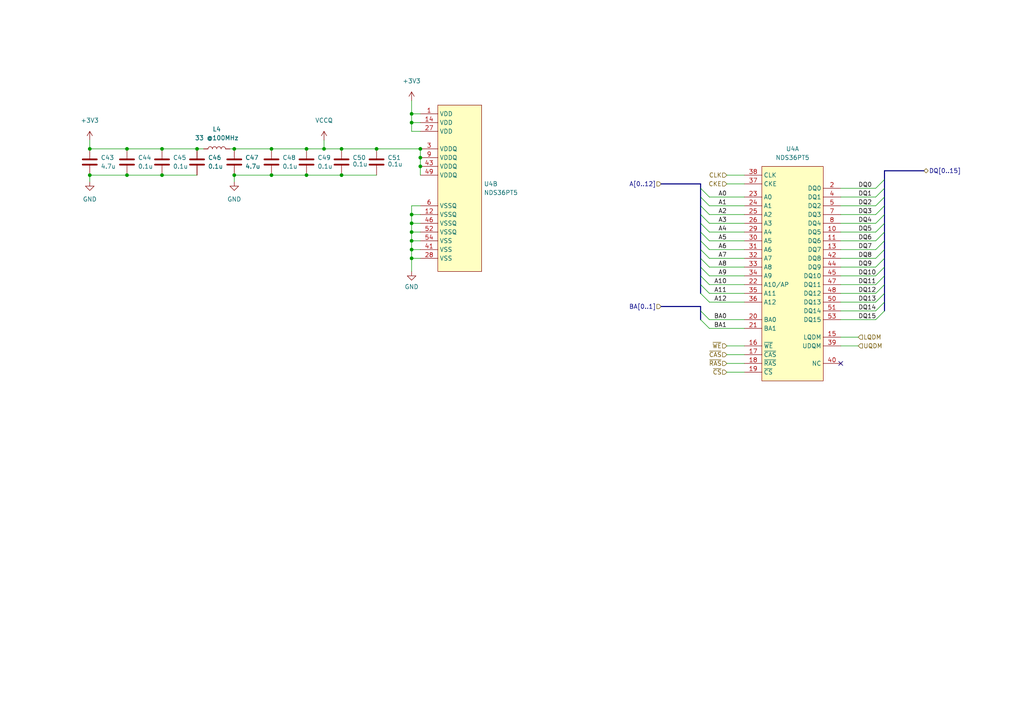
<source format=kicad_sch>
(kicad_sch (version 20211123) (generator eeschema)

  (uuid c4424757-e70f-4ff9-8cbe-bf40fa0585f2)

  (paper "A4")

  (lib_symbols
    (symbol "Device:C" (pin_numbers hide) (pin_names (offset 0.254)) (in_bom yes) (on_board yes)
      (property "Reference" "C" (id 0) (at 0.635 2.54 0)
        (effects (font (size 1.27 1.27)) (justify left))
      )
      (property "Value" "C" (id 1) (at 0.635 -2.54 0)
        (effects (font (size 1.27 1.27)) (justify left))
      )
      (property "Footprint" "" (id 2) (at 0.9652 -3.81 0)
        (effects (font (size 1.27 1.27)) hide)
      )
      (property "Datasheet" "~" (id 3) (at 0 0 0)
        (effects (font (size 1.27 1.27)) hide)
      )
      (property "ki_keywords" "cap capacitor" (id 4) (at 0 0 0)
        (effects (font (size 1.27 1.27)) hide)
      )
      (property "ki_description" "Unpolarized capacitor" (id 5) (at 0 0 0)
        (effects (font (size 1.27 1.27)) hide)
      )
      (property "ki_fp_filters" "C_*" (id 6) (at 0 0 0)
        (effects (font (size 1.27 1.27)) hide)
      )
      (symbol "C_0_1"
        (polyline
          (pts
            (xy -2.032 -0.762)
            (xy 2.032 -0.762)
          )
          (stroke (width 0.508) (type default) (color 0 0 0 0))
          (fill (type none))
        )
        (polyline
          (pts
            (xy -2.032 0.762)
            (xy 2.032 0.762)
          )
          (stroke (width 0.508) (type default) (color 0 0 0 0))
          (fill (type none))
        )
      )
      (symbol "C_1_1"
        (pin passive line (at 0 3.81 270) (length 2.794)
          (name "~" (effects (font (size 1.27 1.27))))
          (number "1" (effects (font (size 1.27 1.27))))
        )
        (pin passive line (at 0 -3.81 90) (length 2.794)
          (name "~" (effects (font (size 1.27 1.27))))
          (number "2" (effects (font (size 1.27 1.27))))
        )
      )
    )
    (symbol "Device:L" (pin_numbers hide) (pin_names (offset 1.016) hide) (in_bom yes) (on_board yes)
      (property "Reference" "L" (id 0) (at -1.27 0 90)
        (effects (font (size 1.27 1.27)))
      )
      (property "Value" "L" (id 1) (at 1.905 0 90)
        (effects (font (size 1.27 1.27)))
      )
      (property "Footprint" "" (id 2) (at 0 0 0)
        (effects (font (size 1.27 1.27)) hide)
      )
      (property "Datasheet" "~" (id 3) (at 0 0 0)
        (effects (font (size 1.27 1.27)) hide)
      )
      (property "ki_keywords" "inductor choke coil reactor magnetic" (id 4) (at 0 0 0)
        (effects (font (size 1.27 1.27)) hide)
      )
      (property "ki_description" "Inductor" (id 5) (at 0 0 0)
        (effects (font (size 1.27 1.27)) hide)
      )
      (property "ki_fp_filters" "Choke_* *Coil* Inductor_* L_*" (id 6) (at 0 0 0)
        (effects (font (size 1.27 1.27)) hide)
      )
      (symbol "L_0_1"
        (arc (start 0 -2.54) (mid 0.635 -1.905) (end 0 -1.27)
          (stroke (width 0) (type default) (color 0 0 0 0))
          (fill (type none))
        )
        (arc (start 0 -1.27) (mid 0.635 -0.635) (end 0 0)
          (stroke (width 0) (type default) (color 0 0 0 0))
          (fill (type none))
        )
        (arc (start 0 0) (mid 0.635 0.635) (end 0 1.27)
          (stroke (width 0) (type default) (color 0 0 0 0))
          (fill (type none))
        )
        (arc (start 0 1.27) (mid 0.635 1.905) (end 0 2.54)
          (stroke (width 0) (type default) (color 0 0 0 0))
          (fill (type none))
        )
      )
      (symbol "L_1_1"
        (pin passive line (at 0 3.81 270) (length 1.27)
          (name "1" (effects (font (size 1.27 1.27))))
          (number "1" (effects (font (size 1.27 1.27))))
        )
        (pin passive line (at 0 -3.81 90) (length 1.27)
          (name "2" (effects (font (size 1.27 1.27))))
          (number "2" (effects (font (size 1.27 1.27))))
        )
      )
    )
    (symbol "Memory_RAM:NDS36PT5" (in_bom yes) (on_board yes)
      (property "Reference" "U" (id 0) (at -6.35 22.86 0)
        (effects (font (size 1.27 1.27)))
      )
      (property "Value" "NDS36PT5" (id 1) (at 11.43 24.13 0)
        (effects (font (size 1.27 1.27)))
      )
      (property "Footprint" "" (id 2) (at -25.4 13.97 0)
        (effects (font (size 1.27 1.27)) hide)
      )
      (property "Datasheet" "" (id 3) (at -25.4 13.97 0)
        (effects (font (size 1.27 1.27)) hide)
      )
      (symbol "NDS36PT5_1_1"
        (rectangle (start -6.35 17.78) (end 11.43 -44.45)
          (stroke (width 0) (type default) (color 0 0 0 0))
          (fill (type background))
        )
        (pin bidirectional line (at 16.51 -1.27 180) (length 5.08)
          (name "DQ5" (effects (font (size 1.27 1.27))))
          (number "10" (effects (font (size 1.27 1.27))))
        )
        (pin bidirectional line (at 16.51 -3.81 180) (length 5.08)
          (name "DQ6" (effects (font (size 1.27 1.27))))
          (number "11" (effects (font (size 1.27 1.27))))
        )
        (pin bidirectional line (at 16.51 -6.35 180) (length 5.08)
          (name "DQ7" (effects (font (size 1.27 1.27))))
          (number "13" (effects (font (size 1.27 1.27))))
        )
        (pin input line (at 16.51 -31.75 180) (length 5.08)
          (name "LQDM" (effects (font (size 1.27 1.27))))
          (number "15" (effects (font (size 1.27 1.27))))
        )
        (pin input line (at -11.43 -34.29 0) (length 5.08)
          (name "~{WE}" (effects (font (size 1.27 1.27))))
          (number "16" (effects (font (size 1.27 1.27))))
        )
        (pin input line (at -11.43 -36.83 0) (length 5.08)
          (name "~{CAS}" (effects (font (size 1.27 1.27))))
          (number "17" (effects (font (size 1.27 1.27))))
        )
        (pin input line (at -11.43 -39.37 0) (length 5.08)
          (name "~{RAS}" (effects (font (size 1.27 1.27))))
          (number "18" (effects (font (size 1.27 1.27))))
        )
        (pin input line (at -11.43 -41.91 0) (length 5.08)
          (name "~{CS}" (effects (font (size 1.27 1.27))))
          (number "19" (effects (font (size 1.27 1.27))))
        )
        (pin bidirectional line (at 16.51 11.43 180) (length 5.08)
          (name "DQ0" (effects (font (size 1.27 1.27))))
          (number "2" (effects (font (size 1.27 1.27))))
        )
        (pin input line (at -11.43 -26.67 0) (length 5.08)
          (name "BA0" (effects (font (size 1.27 1.27))))
          (number "20" (effects (font (size 1.27 1.27))))
        )
        (pin input line (at -11.43 -29.21 0) (length 5.08)
          (name "BA1" (effects (font (size 1.27 1.27))))
          (number "21" (effects (font (size 1.27 1.27))))
        )
        (pin input line (at -11.43 -16.51 0) (length 5.08)
          (name "A10/AP" (effects (font (size 1.27 1.27))))
          (number "22" (effects (font (size 1.27 1.27))))
        )
        (pin input line (at -11.43 8.89 0) (length 5.08)
          (name "A0" (effects (font (size 1.27 1.27))))
          (number "23" (effects (font (size 1.27 1.27))))
        )
        (pin input line (at -11.43 6.35 0) (length 5.08)
          (name "A1" (effects (font (size 1.27 1.27))))
          (number "24" (effects (font (size 1.27 1.27))))
        )
        (pin input line (at -11.43 3.81 0) (length 5.08)
          (name "A2" (effects (font (size 1.27 1.27))))
          (number "25" (effects (font (size 1.27 1.27))))
        )
        (pin input line (at -11.43 1.27 0) (length 5.08)
          (name "A3" (effects (font (size 1.27 1.27))))
          (number "26" (effects (font (size 1.27 1.27))))
        )
        (pin input line (at -11.43 -1.27 0) (length 5.08)
          (name "A4" (effects (font (size 1.27 1.27))))
          (number "29" (effects (font (size 1.27 1.27))))
        )
        (pin input line (at -11.43 -3.81 0) (length 5.08)
          (name "A5" (effects (font (size 1.27 1.27))))
          (number "30" (effects (font (size 1.27 1.27))))
        )
        (pin input line (at -11.43 -6.35 0) (length 5.08)
          (name "A6" (effects (font (size 1.27 1.27))))
          (number "31" (effects (font (size 1.27 1.27))))
        )
        (pin input line (at -11.43 -8.89 0) (length 5.08)
          (name "A7" (effects (font (size 1.27 1.27))))
          (number "32" (effects (font (size 1.27 1.27))))
        )
        (pin input line (at -11.43 -11.43 0) (length 5.08)
          (name "A8" (effects (font (size 1.27 1.27))))
          (number "33" (effects (font (size 1.27 1.27))))
        )
        (pin input line (at -11.43 -13.97 0) (length 5.08)
          (name "A9" (effects (font (size 1.27 1.27))))
          (number "34" (effects (font (size 1.27 1.27))))
        )
        (pin input line (at -11.43 -19.05 0) (length 5.08)
          (name "A11" (effects (font (size 1.27 1.27))))
          (number "35" (effects (font (size 1.27 1.27))))
        )
        (pin input line (at -11.43 -21.59 0) (length 5.08)
          (name "A12" (effects (font (size 1.27 1.27))))
          (number "36" (effects (font (size 1.27 1.27))))
        )
        (pin input line (at -11.43 12.7 0) (length 5.08)
          (name "CKE" (effects (font (size 1.27 1.27))))
          (number "37" (effects (font (size 1.27 1.27))))
        )
        (pin input line (at -11.43 15.24 0) (length 5.08)
          (name "CLK" (effects (font (size 1.27 1.27))))
          (number "38" (effects (font (size 1.27 1.27))))
        )
        (pin input line (at 16.51 -34.29 180) (length 5.08)
          (name "UDQM" (effects (font (size 1.27 1.27))))
          (number "39" (effects (font (size 1.27 1.27))))
        )
        (pin bidirectional line (at 16.51 8.89 180) (length 5.08)
          (name "DQ1" (effects (font (size 1.27 1.27))))
          (number "4" (effects (font (size 1.27 1.27))))
        )
        (pin no_connect line (at 16.51 -39.37 180) (length 5.08)
          (name "NC" (effects (font (size 1.27 1.27))))
          (number "40" (effects (font (size 1.27 1.27))))
        )
        (pin bidirectional line (at 16.51 -8.89 180) (length 5.08)
          (name "DQ8" (effects (font (size 1.27 1.27))))
          (number "42" (effects (font (size 1.27 1.27))))
        )
        (pin bidirectional line (at 16.51 -11.43 180) (length 5.08)
          (name "DQ9" (effects (font (size 1.27 1.27))))
          (number "44" (effects (font (size 1.27 1.27))))
        )
        (pin bidirectional line (at 16.51 -13.97 180) (length 5.08)
          (name "DQ10" (effects (font (size 1.27 1.27))))
          (number "45" (effects (font (size 1.27 1.27))))
        )
        (pin bidirectional line (at 16.51 -16.51 180) (length 5.08)
          (name "DQ11" (effects (font (size 1.27 1.27))))
          (number "47" (effects (font (size 1.27 1.27))))
        )
        (pin bidirectional line (at 16.51 -19.05 180) (length 5.08)
          (name "DQ12" (effects (font (size 1.27 1.27))))
          (number "48" (effects (font (size 1.27 1.27))))
        )
        (pin bidirectional line (at 16.51 6.35 180) (length 5.08)
          (name "DQ2" (effects (font (size 1.27 1.27))))
          (number "5" (effects (font (size 1.27 1.27))))
        )
        (pin bidirectional line (at 16.51 -21.59 180) (length 5.08)
          (name "DQ13" (effects (font (size 1.27 1.27))))
          (number "50" (effects (font (size 1.27 1.27))))
        )
        (pin bidirectional line (at 16.51 -24.13 180) (length 5.08)
          (name "DQ14" (effects (font (size 1.27 1.27))))
          (number "51" (effects (font (size 1.27 1.27))))
        )
        (pin bidirectional line (at 16.51 -26.67 180) (length 5.08)
          (name "DQ15" (effects (font (size 1.27 1.27))))
          (number "53" (effects (font (size 1.27 1.27))))
        )
        (pin bidirectional line (at 16.51 3.81 180) (length 5.08)
          (name "DQ3" (effects (font (size 1.27 1.27))))
          (number "7" (effects (font (size 1.27 1.27))))
        )
        (pin bidirectional line (at 16.51 1.27 180) (length 5.08)
          (name "DQ4" (effects (font (size 1.27 1.27))))
          (number "8" (effects (font (size 1.27 1.27))))
        )
      )
      (symbol "NDS36PT5_2_1"
        (rectangle (start -6.35 11.43) (end 6.35 -36.83)
          (stroke (width 0) (type default) (color 0 0 0 0))
          (fill (type background))
        )
        (pin power_in line (at -11.43 8.89 0) (length 5.08)
          (name "VDD" (effects (font (size 1.27 1.27))))
          (number "1" (effects (font (size 1.27 1.27))))
        )
        (pin passive line (at -11.43 -20.32 0) (length 5.08)
          (name "VSSQ" (effects (font (size 1.27 1.27))))
          (number "12" (effects (font (size 1.27 1.27))))
        )
        (pin power_in line (at -11.43 6.35 0) (length 5.08)
          (name "VDD" (effects (font (size 1.27 1.27))))
          (number "14" (effects (font (size 1.27 1.27))))
        )
        (pin power_in line (at -11.43 3.81 0) (length 5.08)
          (name "VDD" (effects (font (size 1.27 1.27))))
          (number "27" (effects (font (size 1.27 1.27))))
        )
        (pin passive line (at -11.43 -33.02 0) (length 5.08)
          (name "VSS" (effects (font (size 1.27 1.27))))
          (number "28" (effects (font (size 1.27 1.27))))
        )
        (pin power_in line (at -11.43 -1.27 0) (length 5.08)
          (name "VDDQ" (effects (font (size 1.27 1.27))))
          (number "3" (effects (font (size 1.27 1.27))))
        )
        (pin passive line (at -11.43 -30.48 0) (length 5.08)
          (name "VSS" (effects (font (size 1.27 1.27))))
          (number "41" (effects (font (size 1.27 1.27))))
        )
        (pin power_in line (at -11.43 -6.35 0) (length 5.08)
          (name "VDDQ" (effects (font (size 1.27 1.27))))
          (number "43" (effects (font (size 1.27 1.27))))
        )
        (pin passive line (at -11.43 -22.86 0) (length 5.08)
          (name "VSSQ" (effects (font (size 1.27 1.27))))
          (number "46" (effects (font (size 1.27 1.27))))
        )
        (pin power_in line (at -11.43 -8.89 0) (length 5.08)
          (name "VDDQ" (effects (font (size 1.27 1.27))))
          (number "49" (effects (font (size 1.27 1.27))))
        )
        (pin passive line (at -11.43 -25.4 0) (length 5.08)
          (name "VSSQ" (effects (font (size 1.27 1.27))))
          (number "52" (effects (font (size 1.27 1.27))))
        )
        (pin passive line (at -11.43 -27.94 0) (length 5.08)
          (name "VSS" (effects (font (size 1.27 1.27))))
          (number "54" (effects (font (size 1.27 1.27))))
        )
        (pin passive line (at -11.43 -17.78 0) (length 5.08)
          (name "VSSQ" (effects (font (size 1.27 1.27))))
          (number "6" (effects (font (size 1.27 1.27))))
        )
        (pin power_in line (at -11.43 -3.81 0) (length 5.08)
          (name "VDDQ" (effects (font (size 1.27 1.27))))
          (number "9" (effects (font (size 1.27 1.27))))
        )
      )
    )
    (symbol "power:+3V3" (power) (pin_names (offset 0)) (in_bom yes) (on_board yes)
      (property "Reference" "#PWR" (id 0) (at 0 -3.81 0)
        (effects (font (size 1.27 1.27)) hide)
      )
      (property "Value" "+3V3" (id 1) (at 0 3.556 0)
        (effects (font (size 1.27 1.27)))
      )
      (property "Footprint" "" (id 2) (at 0 0 0)
        (effects (font (size 1.27 1.27)) hide)
      )
      (property "Datasheet" "" (id 3) (at 0 0 0)
        (effects (font (size 1.27 1.27)) hide)
      )
      (property "ki_keywords" "power-flag" (id 4) (at 0 0 0)
        (effects (font (size 1.27 1.27)) hide)
      )
      (property "ki_description" "Power symbol creates a global label with name \"+3V3\"" (id 5) (at 0 0 0)
        (effects (font (size 1.27 1.27)) hide)
      )
      (symbol "+3V3_0_1"
        (polyline
          (pts
            (xy -0.762 1.27)
            (xy 0 2.54)
          )
          (stroke (width 0) (type default) (color 0 0 0 0))
          (fill (type none))
        )
        (polyline
          (pts
            (xy 0 0)
            (xy 0 2.54)
          )
          (stroke (width 0) (type default) (color 0 0 0 0))
          (fill (type none))
        )
        (polyline
          (pts
            (xy 0 2.54)
            (xy 0.762 1.27)
          )
          (stroke (width 0) (type default) (color 0 0 0 0))
          (fill (type none))
        )
      )
      (symbol "+3V3_1_1"
        (pin power_in line (at 0 0 90) (length 0) hide
          (name "+3V3" (effects (font (size 1.27 1.27))))
          (number "1" (effects (font (size 1.27 1.27))))
        )
      )
    )
    (symbol "power:GND" (power) (pin_names (offset 0)) (in_bom yes) (on_board yes)
      (property "Reference" "#PWR" (id 0) (at 0 -6.35 0)
        (effects (font (size 1.27 1.27)) hide)
      )
      (property "Value" "GND" (id 1) (at 0 -3.81 0)
        (effects (font (size 1.27 1.27)))
      )
      (property "Footprint" "" (id 2) (at 0 0 0)
        (effects (font (size 1.27 1.27)) hide)
      )
      (property "Datasheet" "" (id 3) (at 0 0 0)
        (effects (font (size 1.27 1.27)) hide)
      )
      (property "ki_keywords" "power-flag" (id 4) (at 0 0 0)
        (effects (font (size 1.27 1.27)) hide)
      )
      (property "ki_description" "Power symbol creates a global label with name \"GND\" , ground" (id 5) (at 0 0 0)
        (effects (font (size 1.27 1.27)) hide)
      )
      (symbol "GND_0_1"
        (polyline
          (pts
            (xy 0 0)
            (xy 0 -1.27)
            (xy 1.27 -1.27)
            (xy 0 -2.54)
            (xy -1.27 -1.27)
            (xy 0 -1.27)
          )
          (stroke (width 0) (type default) (color 0 0 0 0))
          (fill (type none))
        )
      )
      (symbol "GND_1_1"
        (pin power_in line (at 0 0 270) (length 0) hide
          (name "GND" (effects (font (size 1.27 1.27))))
          (number "1" (effects (font (size 1.27 1.27))))
        )
      )
    )
    (symbol "power:VCCQ" (power) (pin_names (offset 0)) (in_bom yes) (on_board yes)
      (property "Reference" "#PWR" (id 0) (at 0 -3.81 0)
        (effects (font (size 1.27 1.27)) hide)
      )
      (property "Value" "VCCQ" (id 1) (at 0 3.81 0)
        (effects (font (size 1.27 1.27)))
      )
      (property "Footprint" "" (id 2) (at 0 0 0)
        (effects (font (size 1.27 1.27)) hide)
      )
      (property "Datasheet" "" (id 3) (at 0 0 0)
        (effects (font (size 1.27 1.27)) hide)
      )
      (property "ki_keywords" "power-flag" (id 4) (at 0 0 0)
        (effects (font (size 1.27 1.27)) hide)
      )
      (property "ki_description" "Power symbol creates a global label with name \"VCCQ\"" (id 5) (at 0 0 0)
        (effects (font (size 1.27 1.27)) hide)
      )
      (symbol "VCCQ_0_1"
        (polyline
          (pts
            (xy -0.762 1.27)
            (xy 0 2.54)
          )
          (stroke (width 0) (type default) (color 0 0 0 0))
          (fill (type none))
        )
        (polyline
          (pts
            (xy 0 0)
            (xy 0 2.54)
          )
          (stroke (width 0) (type default) (color 0 0 0 0))
          (fill (type none))
        )
        (polyline
          (pts
            (xy 0 2.54)
            (xy 0.762 1.27)
          )
          (stroke (width 0) (type default) (color 0 0 0 0))
          (fill (type none))
        )
      )
      (symbol "VCCQ_1_1"
        (pin power_in line (at 0 0 90) (length 0) hide
          (name "VCCQ" (effects (font (size 1.27 1.27))))
          (number "1" (effects (font (size 1.27 1.27))))
        )
      )
    )
  )

  (junction (at 36.83 50.8) (diameter 0) (color 0 0 0 0)
    (uuid 0ba2efbf-3a5d-4ac9-ab99-8543c60e43d0)
  )
  (junction (at 99.06 43.18) (diameter 0) (color 0 0 0 0)
    (uuid 0e45c976-4cb6-4008-b979-45c9acfc0175)
  )
  (junction (at 119.38 69.85) (diameter 0) (color 0 0 0 0)
    (uuid 13bd8c95-6336-4975-a4bb-67f6bf6eb9f7)
  )
  (junction (at 88.9 50.8) (diameter 0) (color 0 0 0 0)
    (uuid 1b00373f-d740-445b-88b7-0f2095968662)
  )
  (junction (at 119.38 74.93) (diameter 0) (color 0 0 0 0)
    (uuid 24e8860d-091d-4273-b52e-48324fcca81b)
  )
  (junction (at 57.15 43.18) (diameter 0) (color 0 0 0 0)
    (uuid 29d3665d-b45f-4997-8fcb-065cf21717e9)
  )
  (junction (at 78.74 43.18) (diameter 0) (color 0 0 0 0)
    (uuid 3f88d528-89d1-4bfb-821f-8ac7129f5045)
  )
  (junction (at 93.98 43.18) (diameter 0) (color 0 0 0 0)
    (uuid 4730d93d-5d4e-4191-b2f1-c8a789649e0d)
  )
  (junction (at 109.22 43.18) (diameter 0) (color 0 0 0 0)
    (uuid 57caf171-400f-497e-8dcd-515991fae1e9)
  )
  (junction (at 119.38 64.77) (diameter 0) (color 0 0 0 0)
    (uuid 63c6d71c-1d1f-4f62-bac3-055ef2648196)
  )
  (junction (at 67.945 43.18) (diameter 0) (color 0 0 0 0)
    (uuid 6b3392eb-c113-4320-93c8-f3742af39d6b)
  )
  (junction (at 99.06 50.8) (diameter 0) (color 0 0 0 0)
    (uuid 7bb4855e-9954-474b-af34-b781676d8348)
  )
  (junction (at 67.945 50.8) (diameter 0) (color 0 0 0 0)
    (uuid 802bc5af-a8e6-4165-96c9-ba0885d8fc52)
  )
  (junction (at 46.99 43.18) (diameter 0) (color 0 0 0 0)
    (uuid 8ebbd965-c06b-4f48-bda6-0734bd5403d8)
  )
  (junction (at 88.9 43.18) (diameter 0) (color 0 0 0 0)
    (uuid 8f33db61-7c38-4653-80b7-233240ff26c3)
  )
  (junction (at 121.92 48.26) (diameter 0) (color 0 0 0 0)
    (uuid a84cb4e8-1df8-420c-a551-f7970dde3201)
  )
  (junction (at 119.38 67.31) (diameter 0) (color 0 0 0 0)
    (uuid af2353df-3c71-46ef-aad4-cc9f3cd4f3f4)
  )
  (junction (at 78.74 50.8) (diameter 0) (color 0 0 0 0)
    (uuid b3e60366-ab66-4114-9bc0-059f7b17ebbc)
  )
  (junction (at 119.38 33.02) (diameter 0) (color 0 0 0 0)
    (uuid bc46adf6-4cf2-40d7-9ac3-deeb51d35121)
  )
  (junction (at 121.92 45.72) (diameter 0) (color 0 0 0 0)
    (uuid c639c05b-74fe-473d-bf61-efd2bb9bd2b0)
  )
  (junction (at 119.38 35.56) (diameter 0) (color 0 0 0 0)
    (uuid c84e4e5d-cc0a-4fc6-bbe9-a020f3ff824e)
  )
  (junction (at 26.035 43.18) (diameter 0) (color 0 0 0 0)
    (uuid cc988e54-9bd9-4039-b76e-021b956e44b4)
  )
  (junction (at 119.38 72.39) (diameter 0) (color 0 0 0 0)
    (uuid d8fd24c8-9612-4033-beae-b7f674567693)
  )
  (junction (at 46.99 50.8) (diameter 0) (color 0 0 0 0)
    (uuid da589ffb-11ab-4a37-8ba8-828df391d5ca)
  )
  (junction (at 121.92 43.18) (diameter 0) (color 0 0 0 0)
    (uuid dca26fa2-7ec8-4143-aeea-9c436e2721d6)
  )
  (junction (at 119.38 62.23) (diameter 0) (color 0 0 0 0)
    (uuid eb1ab0ee-a3ff-42f4-8229-25dae8b9f45a)
  )
  (junction (at 26.035 50.8) (diameter 0) (color 0 0 0 0)
    (uuid ec5da9d3-8a70-42e1-a542-8fbf143f0ef6)
  )
  (junction (at 36.83 43.18) (diameter 0) (color 0 0 0 0)
    (uuid fb94951d-7deb-46fa-97b5-6e26e64ab292)
  )

  (no_connect (at 243.84 105.41) (uuid 65b38243-ccd4-486f-9be1-827c39274e81))

  (bus_entry (at 203.2 92.71) (size 2.54 2.54)
    (stroke (width 0) (type default) (color 0 0 0 0))
    (uuid 0570d7f0-c5e6-4042-83e6-abda4643adb9)
  )
  (bus_entry (at 203.2 67.31) (size 2.54 2.54)
    (stroke (width 0) (type default) (color 0 0 0 0))
    (uuid 0ebc6d23-de63-463f-b1b3-f52ca283fb70)
  )
  (bus_entry (at 203.2 54.61) (size 2.54 2.54)
    (stroke (width 0) (type default) (color 0 0 0 0))
    (uuid 130a4bc9-02b3-4a70-9a5e-b3becfdaf377)
  )
  (bus_entry (at 203.2 57.15) (size 2.54 2.54)
    (stroke (width 0) (type default) (color 0 0 0 0))
    (uuid 16a15647-56b6-48d6-8e7f-ba8bc0e6eaf0)
  )
  (bus_entry (at 203.2 85.09) (size 2.54 2.54)
    (stroke (width 0) (type default) (color 0 0 0 0))
    (uuid 1dcacb55-6949-4231-beaf-d3f102e93744)
  )
  (bus_entry (at 256.54 67.31) (size -2.54 2.54)
    (stroke (width 0) (type default) (color 0 0 0 0))
    (uuid 1e3ca43a-7520-47b4-a597-b6fa7ac8efef)
  )
  (bus_entry (at 256.54 85.09) (size -2.54 2.54)
    (stroke (width 0) (type default) (color 0 0 0 0))
    (uuid 2499cc38-57c3-453b-94e5-560ad334eca5)
  )
  (bus_entry (at 203.2 82.55) (size 2.54 2.54)
    (stroke (width 0) (type default) (color 0 0 0 0))
    (uuid 24e0184f-50cf-4ab4-87c2-36160ef7535b)
  )
  (bus_entry (at 256.54 52.07) (size -2.54 2.54)
    (stroke (width 0) (type default) (color 0 0 0 0))
    (uuid 3f2c6b14-3d95-4240-97e5-fe706e3020a6)
  )
  (bus_entry (at 203.2 74.93) (size 2.54 2.54)
    (stroke (width 0) (type default) (color 0 0 0 0))
    (uuid 4c314a8f-d2e9-4f33-8641-7e8db7a7d9da)
  )
  (bus_entry (at 256.54 54.61) (size -2.54 2.54)
    (stroke (width 0) (type default) (color 0 0 0 0))
    (uuid 7eae2364-8507-42cf-8d9a-f6e9d90e424c)
  )
  (bus_entry (at 256.54 90.17) (size -2.54 2.54)
    (stroke (width 0) (type default) (color 0 0 0 0))
    (uuid 819fccb6-2fb4-4e8d-a908-4ddf2f926de6)
  )
  (bus_entry (at 203.2 64.77) (size 2.54 2.54)
    (stroke (width 0) (type default) (color 0 0 0 0))
    (uuid 8bc233cd-89c0-4985-a445-afaad9f76aa6)
  )
  (bus_entry (at 256.54 87.63) (size -2.54 2.54)
    (stroke (width 0) (type default) (color 0 0 0 0))
    (uuid 991cee8d-47f5-4d88-8476-1a904627bec6)
  )
  (bus_entry (at 203.2 72.39) (size 2.54 2.54)
    (stroke (width 0) (type default) (color 0 0 0 0))
    (uuid 9ecb7025-13ae-4219-9988-59c0809a24c7)
  )
  (bus_entry (at 256.54 59.69) (size -2.54 2.54)
    (stroke (width 0) (type default) (color 0 0 0 0))
    (uuid 9fb5cc2c-ee00-4f44-a080-497918fea4bc)
  )
  (bus_entry (at 203.2 77.47) (size 2.54 2.54)
    (stroke (width 0) (type default) (color 0 0 0 0))
    (uuid a4ade06d-d3cf-474d-a70f-1489511d3b75)
  )
  (bus_entry (at 256.54 77.47) (size -2.54 2.54)
    (stroke (width 0) (type default) (color 0 0 0 0))
    (uuid a69502b9-52b3-465b-a15c-e7e1bbb5671b)
  )
  (bus_entry (at 203.2 80.01) (size 2.54 2.54)
    (stroke (width 0) (type default) (color 0 0 0 0))
    (uuid afcfc36e-9ac7-4cf7-aa5e-9ecae0fa2ac2)
  )
  (bus_entry (at 203.2 59.69) (size 2.54 2.54)
    (stroke (width 0) (type default) (color 0 0 0 0))
    (uuid b0ab4f71-351f-4e8d-a606-6015b6ad2bad)
  )
  (bus_entry (at 256.54 82.55) (size -2.54 2.54)
    (stroke (width 0) (type default) (color 0 0 0 0))
    (uuid b44ef6e7-b26a-48cf-920f-e3c4a6e2313c)
  )
  (bus_entry (at 256.54 62.23) (size -2.54 2.54)
    (stroke (width 0) (type default) (color 0 0 0 0))
    (uuid bb291c40-9ebc-4c36-b2de-37a60b92261f)
  )
  (bus_entry (at 203.2 62.23) (size 2.54 2.54)
    (stroke (width 0) (type default) (color 0 0 0 0))
    (uuid dbf9bd49-1d19-485e-8650-65a4bc422057)
  )
  (bus_entry (at 256.54 72.39) (size -2.54 2.54)
    (stroke (width 0) (type default) (color 0 0 0 0))
    (uuid de5dda62-097d-4f96-9024-3030a8797616)
  )
  (bus_entry (at 256.54 80.01) (size -2.54 2.54)
    (stroke (width 0) (type default) (color 0 0 0 0))
    (uuid df985f11-b4ae-4579-8c3a-2387be3fb8a3)
  )
  (bus_entry (at 256.54 57.15) (size -2.54 2.54)
    (stroke (width 0) (type default) (color 0 0 0 0))
    (uuid e1ad8608-1df6-4c4c-b40b-3b7c47305a9c)
  )
  (bus_entry (at 203.2 69.85) (size 2.54 2.54)
    (stroke (width 0) (type default) (color 0 0 0 0))
    (uuid e62b6daa-53ef-4092-9082-cd3748bdf149)
  )
  (bus_entry (at 203.2 90.17) (size 2.54 2.54)
    (stroke (width 0) (type default) (color 0 0 0 0))
    (uuid ea6fbe8e-a9ab-42ae-8f67-1a946af1d030)
  )
  (bus_entry (at 256.54 69.85) (size -2.54 2.54)
    (stroke (width 0) (type default) (color 0 0 0 0))
    (uuid ef9aa146-486c-4aa4-9f55-2b9d04d6340d)
  )
  (bus_entry (at 256.54 74.93) (size -2.54 2.54)
    (stroke (width 0) (type default) (color 0 0 0 0))
    (uuid f462e83c-a51e-447b-81dc-a31cb792cd7a)
  )
  (bus_entry (at 256.54 64.77) (size -2.54 2.54)
    (stroke (width 0) (type default) (color 0 0 0 0))
    (uuid f502010d-c819-4b02-b9a6-385c08b6a5d3)
  )

  (wire (pts (xy 119.38 64.77) (xy 121.92 64.77))
    (stroke (width 0) (type default) (color 0 0 0 0))
    (uuid 03156729-75b8-4e93-9924-e9e34ba6617f)
  )
  (wire (pts (xy 119.38 62.23) (xy 119.38 64.77))
    (stroke (width 0) (type default) (color 0 0 0 0))
    (uuid 0329c701-db5f-420d-97df-ffec62b0449b)
  )
  (wire (pts (xy 93.98 40.64) (xy 93.98 43.18))
    (stroke (width 0) (type default) (color 0 0 0 0))
    (uuid 041dceec-fcd1-4111-b0f9-426fc825a5e9)
  )
  (wire (pts (xy 210.82 50.8) (xy 215.9 50.8))
    (stroke (width 0) (type default) (color 0 0 0 0))
    (uuid 04a9b66f-ce26-495e-99a5-d0465143e79f)
  )
  (bus (pts (xy 191.77 88.9) (xy 203.2 88.9))
    (stroke (width 0) (type default) (color 0 0 0 0))
    (uuid 06b547f0-ddcc-4a0a-af34-13b1ab23eea3)
  )

  (wire (pts (xy 243.84 54.61) (xy 254 54.61))
    (stroke (width 0) (type default) (color 0 0 0 0))
    (uuid 0716b34c-a9c1-47d2-ba1e-ab01e5beac9e)
  )
  (wire (pts (xy 67.945 50.8) (xy 78.74 50.8))
    (stroke (width 0) (type default) (color 0 0 0 0))
    (uuid 095e7110-b919-444b-90f3-8ecd3ef3d8cd)
  )
  (wire (pts (xy 119.38 69.85) (xy 121.92 69.85))
    (stroke (width 0) (type default) (color 0 0 0 0))
    (uuid 0b1c523b-baea-4d30-b52d-0e5f51aa09e5)
  )
  (wire (pts (xy 119.38 38.1) (xy 119.38 35.56))
    (stroke (width 0) (type default) (color 0 0 0 0))
    (uuid 0e9ec71a-2db8-4b75-9dd9-c7f6914262de)
  )
  (bus (pts (xy 203.2 64.77) (xy 203.2 67.31))
    (stroke (width 0) (type default) (color 0 0 0 0))
    (uuid 109ed52e-286c-403a-bd50-26c4aa28884d)
  )

  (wire (pts (xy 119.38 72.39) (xy 121.92 72.39))
    (stroke (width 0) (type default) (color 0 0 0 0))
    (uuid 10d05edf-372f-4493-bb25-41b5f739cad9)
  )
  (wire (pts (xy 119.38 59.69) (xy 119.38 62.23))
    (stroke (width 0) (type default) (color 0 0 0 0))
    (uuid 10ee8873-cac6-4aeb-a4d2-f55b8831a380)
  )
  (bus (pts (xy 267.97 49.53) (xy 256.54 49.53))
    (stroke (width 0) (type default) (color 0 0 0 0))
    (uuid 15e882b5-5e60-453f-bf07-eb2b9eba377f)
  )
  (bus (pts (xy 203.2 77.47) (xy 203.2 80.01))
    (stroke (width 0) (type default) (color 0 0 0 0))
    (uuid 1a061549-a016-48fc-9920-3f08c157f298)
  )

  (wire (pts (xy 205.74 57.15) (xy 215.9 57.15))
    (stroke (width 0) (type default) (color 0 0 0 0))
    (uuid 1c5d1e00-6f61-4c98-9744-1269846d4315)
  )
  (wire (pts (xy 243.84 92.71) (xy 254 92.71))
    (stroke (width 0) (type default) (color 0 0 0 0))
    (uuid 1fed425f-72f9-4690-8957-fc04a1940d7a)
  )
  (bus (pts (xy 256.54 69.85) (xy 256.54 67.31))
    (stroke (width 0) (type default) (color 0 0 0 0))
    (uuid 208e9dea-46ec-44c3-b3b4-f629316079cd)
  )

  (wire (pts (xy 243.84 57.15) (xy 254 57.15))
    (stroke (width 0) (type default) (color 0 0 0 0))
    (uuid 20f38c08-1d2c-486a-9340-d59884d9d965)
  )
  (wire (pts (xy 210.82 105.41) (xy 215.9 105.41))
    (stroke (width 0) (type default) (color 0 0 0 0))
    (uuid 2107da19-249d-46ac-847d-19ef043fa9f8)
  )
  (wire (pts (xy 119.38 74.93) (xy 119.38 78.74))
    (stroke (width 0) (type default) (color 0 0 0 0))
    (uuid 21d24d4d-09f5-45e8-b54b-2c42552b2506)
  )
  (bus (pts (xy 203.2 82.55) (xy 203.2 85.09))
    (stroke (width 0) (type default) (color 0 0 0 0))
    (uuid 24bc226c-986c-4b32-8529-e212f47ed854)
  )

  (wire (pts (xy 205.74 72.39) (xy 215.9 72.39))
    (stroke (width 0) (type default) (color 0 0 0 0))
    (uuid 2609fd06-e24e-48b3-a11d-7188767241a7)
  )
  (wire (pts (xy 66.675 43.18) (xy 67.945 43.18))
    (stroke (width 0) (type default) (color 0 0 0 0))
    (uuid 26190195-1504-4e2e-8c1d-8576f2cc957d)
  )
  (wire (pts (xy 243.84 87.63) (xy 254 87.63))
    (stroke (width 0) (type default) (color 0 0 0 0))
    (uuid 2d50173a-5a9d-425d-a913-79682fffd47c)
  )
  (bus (pts (xy 203.2 57.15) (xy 203.2 59.69))
    (stroke (width 0) (type default) (color 0 0 0 0))
    (uuid 30c95006-6ef1-4197-b224-afb199aa3324)
  )

  (wire (pts (xy 205.74 95.25) (xy 215.9 95.25))
    (stroke (width 0) (type default) (color 0 0 0 0))
    (uuid 30e36d64-43bf-4719-80ef-3e1277110623)
  )
  (wire (pts (xy 243.84 77.47) (xy 254 77.47))
    (stroke (width 0) (type default) (color 0 0 0 0))
    (uuid 31a89176-e6d1-4a0a-bd7f-367b5e513d84)
  )
  (bus (pts (xy 256.54 90.17) (xy 256.54 87.63))
    (stroke (width 0) (type default) (color 0 0 0 0))
    (uuid 36b1c922-dcb3-4909-badc-4c9954c865eb)
  )

  (wire (pts (xy 243.84 74.93) (xy 254 74.93))
    (stroke (width 0) (type default) (color 0 0 0 0))
    (uuid 36bc4272-1558-4c7c-b247-f6556528f7e6)
  )
  (wire (pts (xy 205.74 92.71) (xy 215.9 92.71))
    (stroke (width 0) (type default) (color 0 0 0 0))
    (uuid 36e15fd3-e464-4e2c-9890-1dfc48e24755)
  )
  (bus (pts (xy 203.2 72.39) (xy 203.2 74.93))
    (stroke (width 0) (type default) (color 0 0 0 0))
    (uuid 3823173f-c377-43c2-bebb-13c2977ae646)
  )

  (wire (pts (xy 119.38 35.56) (xy 121.92 35.56))
    (stroke (width 0) (type default) (color 0 0 0 0))
    (uuid 3e1ad57d-295a-4cef-b659-049ab0be4b8b)
  )
  (bus (pts (xy 203.2 54.61) (xy 203.2 57.15))
    (stroke (width 0) (type default) (color 0 0 0 0))
    (uuid 3ea7a360-4af4-417a-978a-962945510112)
  )

  (wire (pts (xy 210.82 100.33) (xy 215.9 100.33))
    (stroke (width 0) (type default) (color 0 0 0 0))
    (uuid 3f747c18-a1cf-40e1-abc0-484a9be85499)
  )
  (wire (pts (xy 99.06 43.18) (xy 109.22 43.18))
    (stroke (width 0) (type default) (color 0 0 0 0))
    (uuid 3fe030f5-3f09-4652-a4f3-579f52ae84af)
  )
  (bus (pts (xy 256.54 62.23) (xy 256.54 59.69))
    (stroke (width 0) (type default) (color 0 0 0 0))
    (uuid 40aa3008-7226-4924-9f46-3d60a1e0ea55)
  )
  (bus (pts (xy 256.54 80.01) (xy 256.54 77.47))
    (stroke (width 0) (type default) (color 0 0 0 0))
    (uuid 42448620-985c-4d3f-9ecf-3ff21ad27b84)
  )
  (bus (pts (xy 203.2 90.17) (xy 203.2 92.71))
    (stroke (width 0) (type default) (color 0 0 0 0))
    (uuid 45194248-d0a7-49f8-943f-e669c4b30357)
  )
  (bus (pts (xy 256.54 64.77) (xy 256.54 62.23))
    (stroke (width 0) (type default) (color 0 0 0 0))
    (uuid 46b17ba2-9ca6-4077-a310-87102cdb66b0)
  )

  (wire (pts (xy 36.83 43.18) (xy 26.035 43.18))
    (stroke (width 0) (type default) (color 0 0 0 0))
    (uuid 4db73962-8eb7-469f-ba5a-39a4f6cd9774)
  )
  (bus (pts (xy 256.54 59.69) (xy 256.54 57.15))
    (stroke (width 0) (type default) (color 0 0 0 0))
    (uuid 53f95fe2-b54e-4017-9010-6e03e948d9dd)
  )

  (wire (pts (xy 88.9 43.18) (xy 93.98 43.18))
    (stroke (width 0) (type default) (color 0 0 0 0))
    (uuid 564a3e7e-89cc-4880-ae08-054d366e27bc)
  )
  (wire (pts (xy 205.74 87.63) (xy 215.9 87.63))
    (stroke (width 0) (type default) (color 0 0 0 0))
    (uuid 566fb3d0-e39f-480d-8f2f-4b3743636435)
  )
  (wire (pts (xy 119.38 35.56) (xy 119.38 33.02))
    (stroke (width 0) (type default) (color 0 0 0 0))
    (uuid 5965708b-ec58-48ad-a0b3-80dd758e464b)
  )
  (bus (pts (xy 256.54 87.63) (xy 256.54 85.09))
    (stroke (width 0) (type default) (color 0 0 0 0))
    (uuid 6154668a-2d0a-4bec-96e4-e77a0aa4bff0)
  )

  (wire (pts (xy 46.99 50.8) (xy 36.83 50.8))
    (stroke (width 0) (type default) (color 0 0 0 0))
    (uuid 65011d37-2d14-407c-97b9-53ed09ece8aa)
  )
  (wire (pts (xy 205.74 77.47) (xy 215.9 77.47))
    (stroke (width 0) (type default) (color 0 0 0 0))
    (uuid 659698f0-b33b-4da7-8ff1-027c993f8c17)
  )
  (wire (pts (xy 121.92 38.1) (xy 119.38 38.1))
    (stroke (width 0) (type default) (color 0 0 0 0))
    (uuid 65f20043-f45b-4d01-bd55-22e846b3bf1f)
  )
  (wire (pts (xy 119.38 33.02) (xy 119.38 29.21))
    (stroke (width 0) (type default) (color 0 0 0 0))
    (uuid 6786b555-4fb1-4fb1-91ea-f53c2f72d5e8)
  )
  (wire (pts (xy 243.84 100.33) (xy 248.92 100.33))
    (stroke (width 0) (type default) (color 0 0 0 0))
    (uuid 6a35410d-187f-4be7-9d13-896b59fc2a9d)
  )
  (bus (pts (xy 203.2 80.01) (xy 203.2 82.55))
    (stroke (width 0) (type default) (color 0 0 0 0))
    (uuid 6ab94da4-1f80-4437-a111-8c6d8534cc8d)
  )

  (wire (pts (xy 205.74 67.31) (xy 215.9 67.31))
    (stroke (width 0) (type default) (color 0 0 0 0))
    (uuid 6af6637f-e546-4099-b400-cc1c3e1b1137)
  )
  (wire (pts (xy 243.84 67.31) (xy 254 67.31))
    (stroke (width 0) (type default) (color 0 0 0 0))
    (uuid 6e3125b3-5132-45ec-83f3-4221db032763)
  )
  (bus (pts (xy 256.54 82.55) (xy 256.54 80.01))
    (stroke (width 0) (type default) (color 0 0 0 0))
    (uuid 709db3cb-6b5f-4c68-9f29-5083fa939b79)
  )

  (wire (pts (xy 119.38 33.02) (xy 121.92 33.02))
    (stroke (width 0) (type default) (color 0 0 0 0))
    (uuid 70f41639-00c7-4d61-9c8a-6a45508f6609)
  )
  (wire (pts (xy 205.74 85.09) (xy 215.9 85.09))
    (stroke (width 0) (type default) (color 0 0 0 0))
    (uuid 72b5ed41-1027-4752-af2f-a42b4e54e0ad)
  )
  (bus (pts (xy 256.54 72.39) (xy 256.54 69.85))
    (stroke (width 0) (type default) (color 0 0 0 0))
    (uuid 736d3bd2-b2a3-4490-960a-f3316f79732c)
  )

  (wire (pts (xy 205.74 82.55) (xy 215.9 82.55))
    (stroke (width 0) (type default) (color 0 0 0 0))
    (uuid 7525843d-6a34-4493-b876-a37ce3e9a2e3)
  )
  (wire (pts (xy 67.945 43.18) (xy 78.74 43.18))
    (stroke (width 0) (type default) (color 0 0 0 0))
    (uuid 75cc3c61-f77c-4d4c-968b-e3077aad8633)
  )
  (wire (pts (xy 57.15 43.18) (xy 46.99 43.18))
    (stroke (width 0) (type default) (color 0 0 0 0))
    (uuid 791786e2-2354-4a24-9b23-05b025540133)
  )
  (wire (pts (xy 26.035 43.18) (xy 26.035 40.64))
    (stroke (width 0) (type default) (color 0 0 0 0))
    (uuid 7a2e9417-9dc7-4125-80c0-c997eb00ad01)
  )
  (bus (pts (xy 256.54 54.61) (xy 256.54 52.07))
    (stroke (width 0) (type default) (color 0 0 0 0))
    (uuid 7b403b32-65d8-4597-9ed9-340e7ba16f48)
  )

  (wire (pts (xy 119.38 69.85) (xy 119.38 72.39))
    (stroke (width 0) (type default) (color 0 0 0 0))
    (uuid 7e9a31d1-5425-439b-aa4c-c6b8eeda0a84)
  )
  (wire (pts (xy 119.38 72.39) (xy 119.38 74.93))
    (stroke (width 0) (type default) (color 0 0 0 0))
    (uuid 81f7c4c6-1de6-491d-a741-3419f00fc0d9)
  )
  (bus (pts (xy 191.77 53.34) (xy 203.2 53.34))
    (stroke (width 0) (type default) (color 0 0 0 0))
    (uuid 887c29e0-4bba-4490-a9f9-dc1aed86033a)
  )

  (wire (pts (xy 67.945 50.8) (xy 67.945 52.705))
    (stroke (width 0) (type default) (color 0 0 0 0))
    (uuid 88b724a4-e9e3-4c31-b364-188f2948ebb4)
  )
  (wire (pts (xy 121.92 45.72) (xy 121.92 48.26))
    (stroke (width 0) (type default) (color 0 0 0 0))
    (uuid 88d009d4-ba3b-4d6a-ad9a-5d9827d513bd)
  )
  (wire (pts (xy 210.82 53.34) (xy 215.9 53.34))
    (stroke (width 0) (type default) (color 0 0 0 0))
    (uuid 8aefa61e-aac0-489f-a729-5ffecb85d8c8)
  )
  (bus (pts (xy 256.54 85.09) (xy 256.54 82.55))
    (stroke (width 0) (type default) (color 0 0 0 0))
    (uuid 92d68ad4-5732-40e3-8de0-8db29d61cfef)
  )
  (bus (pts (xy 203.2 67.31) (xy 203.2 69.85))
    (stroke (width 0) (type default) (color 0 0 0 0))
    (uuid 95899972-3f3f-4398-92ba-1a206f428c8d)
  )

  (wire (pts (xy 243.84 90.17) (xy 254 90.17))
    (stroke (width 0) (type default) (color 0 0 0 0))
    (uuid 95d4eb36-d7d1-4bd2-b700-27c36e87966c)
  )
  (bus (pts (xy 203.2 69.85) (xy 203.2 72.39))
    (stroke (width 0) (type default) (color 0 0 0 0))
    (uuid 97394b52-1971-4ac3-b69f-fed016079b74)
  )

  (wire (pts (xy 57.15 50.8) (xy 46.99 50.8))
    (stroke (width 0) (type default) (color 0 0 0 0))
    (uuid 976fe1d7-0dd1-4515-82a2-4b4169ebc9cf)
  )
  (wire (pts (xy 210.82 102.87) (xy 215.9 102.87))
    (stroke (width 0) (type default) (color 0 0 0 0))
    (uuid 99c5cb11-febb-4e9d-bb2c-cb9cb35c2f02)
  )
  (wire (pts (xy 210.82 107.95) (xy 215.9 107.95))
    (stroke (width 0) (type default) (color 0 0 0 0))
    (uuid 9ba2f7fa-0092-41bb-a009-50b5ae134608)
  )
  (bus (pts (xy 203.2 62.23) (xy 203.2 64.77))
    (stroke (width 0) (type default) (color 0 0 0 0))
    (uuid 9c37636f-4681-43ad-adac-2167cf9cff38)
  )

  (wire (pts (xy 205.74 74.93) (xy 215.9 74.93))
    (stroke (width 0) (type default) (color 0 0 0 0))
    (uuid 9dfee5db-a60b-4124-bdfd-6eb3568b4920)
  )
  (bus (pts (xy 203.2 74.93) (xy 203.2 77.47))
    (stroke (width 0) (type default) (color 0 0 0 0))
    (uuid 9fbd0ebf-7ff1-4984-9876-3907800bf253)
  )

  (wire (pts (xy 78.74 50.8) (xy 88.9 50.8))
    (stroke (width 0) (type default) (color 0 0 0 0))
    (uuid 9fe75c16-4b59-4eb5-aa87-f3e84ac9d976)
  )
  (wire (pts (xy 46.99 43.18) (xy 36.83 43.18))
    (stroke (width 0) (type default) (color 0 0 0 0))
    (uuid a344d1a0-e3d6-4242-8c73-862167bdeef7)
  )
  (wire (pts (xy 205.74 62.23) (xy 215.9 62.23))
    (stroke (width 0) (type default) (color 0 0 0 0))
    (uuid a4678e42-155b-4319-99ee-ff7c82fb06d5)
  )
  (wire (pts (xy 119.38 64.77) (xy 119.38 67.31))
    (stroke (width 0) (type default) (color 0 0 0 0))
    (uuid a68305db-8b22-4c74-b439-7d676b7846ab)
  )
  (wire (pts (xy 243.84 85.09) (xy 254 85.09))
    (stroke (width 0) (type default) (color 0 0 0 0))
    (uuid a8e33787-b064-46c3-8d78-dae55f49c3ab)
  )
  (wire (pts (xy 121.92 43.18) (xy 121.92 45.72))
    (stroke (width 0) (type default) (color 0 0 0 0))
    (uuid ac59c993-9435-46a0-b8e6-f7b0b5e0877e)
  )
  (wire (pts (xy 119.38 67.31) (xy 119.38 69.85))
    (stroke (width 0) (type default) (color 0 0 0 0))
    (uuid aceb971a-f182-45a7-af97-73488d916ec4)
  )
  (bus (pts (xy 256.54 57.15) (xy 256.54 54.61))
    (stroke (width 0) (type default) (color 0 0 0 0))
    (uuid ad7b4fa6-f0ca-4e1b-88d5-a04ccb74d190)
  )

  (wire (pts (xy 243.84 80.01) (xy 254 80.01))
    (stroke (width 0) (type default) (color 0 0 0 0))
    (uuid ae57f8cd-078c-41f8-9037-ab80eadaa01f)
  )
  (wire (pts (xy 99.06 50.8) (xy 109.22 50.8))
    (stroke (width 0) (type default) (color 0 0 0 0))
    (uuid afc8b056-53da-40f5-bbd8-f96125a338d4)
  )
  (bus (pts (xy 256.54 52.07) (xy 256.54 49.53))
    (stroke (width 0) (type default) (color 0 0 0 0))
    (uuid b26e0e0f-763b-42fe-bca1-ee58ea6148af)
  )
  (bus (pts (xy 256.54 67.31) (xy 256.54 64.77))
    (stroke (width 0) (type default) (color 0 0 0 0))
    (uuid b3b100a6-cbc8-465c-9ad7-e8b202ee3207)
  )

  (wire (pts (xy 205.74 59.69) (xy 215.9 59.69))
    (stroke (width 0) (type default) (color 0 0 0 0))
    (uuid b3fe14c2-b6b5-453d-bedb-af5b6f2689ce)
  )
  (wire (pts (xy 119.38 74.93) (xy 121.92 74.93))
    (stroke (width 0) (type default) (color 0 0 0 0))
    (uuid b424735a-486e-45b7-b36c-2f012b8f4d85)
  )
  (wire (pts (xy 243.84 97.79) (xy 248.92 97.79))
    (stroke (width 0) (type default) (color 0 0 0 0))
    (uuid b724e174-1272-4cfa-a63c-45f25ef96cc7)
  )
  (wire (pts (xy 243.84 62.23) (xy 254 62.23))
    (stroke (width 0) (type default) (color 0 0 0 0))
    (uuid b81790ca-a7f8-48ad-b239-2222b95f02bb)
  )
  (wire (pts (xy 59.055 43.18) (xy 57.15 43.18))
    (stroke (width 0) (type default) (color 0 0 0 0))
    (uuid b992ddad-52b3-412b-94cb-92ef0a505945)
  )
  (wire (pts (xy 243.84 59.69) (xy 254 59.69))
    (stroke (width 0) (type default) (color 0 0 0 0))
    (uuid ba30aa5a-d429-4f87-a95d-2a42f28cab58)
  )
  (wire (pts (xy 243.84 64.77) (xy 254 64.77))
    (stroke (width 0) (type default) (color 0 0 0 0))
    (uuid bb11b17d-66a2-4d85-a36d-4192d1a583ab)
  )
  (wire (pts (xy 93.98 43.18) (xy 99.06 43.18))
    (stroke (width 0) (type default) (color 0 0 0 0))
    (uuid c2353450-67a1-4bae-bbab-f5e50ac60f7e)
  )
  (wire (pts (xy 26.035 50.8) (xy 26.035 52.705))
    (stroke (width 0) (type default) (color 0 0 0 0))
    (uuid c382f972-ab7f-42b1-a402-4b5b81fb3e44)
  )
  (wire (pts (xy 121.92 59.69) (xy 119.38 59.69))
    (stroke (width 0) (type default) (color 0 0 0 0))
    (uuid c4f669c6-14b4-48b8-81ef-8702888ae360)
  )
  (wire (pts (xy 119.38 62.23) (xy 121.92 62.23))
    (stroke (width 0) (type default) (color 0 0 0 0))
    (uuid c6c6d0db-53a7-48d5-a52f-fb83a02acc88)
  )
  (bus (pts (xy 256.54 74.93) (xy 256.54 72.39))
    (stroke (width 0) (type default) (color 0 0 0 0))
    (uuid caf7a3ec-5824-4751-9d7c-125eee62f419)
  )

  (wire (pts (xy 36.83 50.8) (xy 26.035 50.8))
    (stroke (width 0) (type default) (color 0 0 0 0))
    (uuid ccb0a3ec-ecd4-4876-b7e1-9e60e191a8fe)
  )
  (bus (pts (xy 256.54 77.47) (xy 256.54 74.93))
    (stroke (width 0) (type default) (color 0 0 0 0))
    (uuid ccdc389e-9b71-43e2-99be-2631511e164e)
  )

  (wire (pts (xy 78.74 43.18) (xy 88.9 43.18))
    (stroke (width 0) (type default) (color 0 0 0 0))
    (uuid ccdd4c46-7a1d-4ec8-a3af-77b45b478bae)
  )
  (wire (pts (xy 243.84 82.55) (xy 254 82.55))
    (stroke (width 0) (type default) (color 0 0 0 0))
    (uuid cdc513ac-50dc-4289-85f5-32f47685b45c)
  )
  (wire (pts (xy 205.74 80.01) (xy 215.9 80.01))
    (stroke (width 0) (type default) (color 0 0 0 0))
    (uuid d0e87b70-3dd5-4771-b31e-9276071deb9b)
  )
  (wire (pts (xy 243.84 72.39) (xy 254 72.39))
    (stroke (width 0) (type default) (color 0 0 0 0))
    (uuid d1bac4e2-4779-4eb9-9cc3-55ac7242a36f)
  )
  (bus (pts (xy 203.2 88.9) (xy 203.2 90.17))
    (stroke (width 0) (type default) (color 0 0 0 0))
    (uuid d2084ec2-65a4-4930-9cfe-21637963786f)
  )

  (wire (pts (xy 99.06 50.8) (xy 88.9 50.8))
    (stroke (width 0) (type default) (color 0 0 0 0))
    (uuid d4c271a4-4f55-45dc-9b0d-4125bf0296f3)
  )
  (bus (pts (xy 203.2 59.69) (xy 203.2 62.23))
    (stroke (width 0) (type default) (color 0 0 0 0))
    (uuid d4d38b53-73f9-4ff9-9c12-fd436d9d7025)
  )

  (wire (pts (xy 121.92 48.26) (xy 121.92 50.8))
    (stroke (width 0) (type default) (color 0 0 0 0))
    (uuid d793f842-b66c-4cf9-93ad-135137e7fe39)
  )
  (wire (pts (xy 205.74 64.77) (xy 215.9 64.77))
    (stroke (width 0) (type default) (color 0 0 0 0))
    (uuid e6f3521d-458e-4543-bf92-0a6ae1413b0c)
  )
  (wire (pts (xy 109.22 43.18) (xy 121.92 43.18))
    (stroke (width 0) (type default) (color 0 0 0 0))
    (uuid e774d1c3-0d80-4d52-a109-a09defcb599c)
  )
  (wire (pts (xy 243.84 69.85) (xy 254 69.85))
    (stroke (width 0) (type default) (color 0 0 0 0))
    (uuid efcd9b11-1dc2-48b3-a93c-7baa67aa28fa)
  )
  (wire (pts (xy 119.38 67.31) (xy 121.92 67.31))
    (stroke (width 0) (type default) (color 0 0 0 0))
    (uuid f20f2044-bc1c-442d-b6b7-234a64e9f891)
  )
  (wire (pts (xy 205.74 69.85) (xy 215.9 69.85))
    (stroke (width 0) (type default) (color 0 0 0 0))
    (uuid fe11e663-f79b-4433-87d8-8ad8440d7bf2)
  )
  (bus (pts (xy 203.2 53.34) (xy 203.2 54.61))
    (stroke (width 0) (type default) (color 0 0 0 0))
    (uuid ffbd30e3-bcbd-4e4d-83a7-1e76c901e801)
  )

  (label "DQ6" (at 248.92 69.85 0)
    (effects (font (size 1.27 1.27)) (justify left bottom))
    (uuid 157e97c7-0e66-4575-9ba6-38f273166909)
  )
  (label "DQ15" (at 248.92 92.71 0)
    (effects (font (size 1.27 1.27)) (justify left bottom))
    (uuid 16034110-6dfa-4db9-b136-6035bbf82f46)
  )
  (label "A1" (at 210.82 59.69 180)
    (effects (font (size 1.27 1.27)) (justify right bottom))
    (uuid 292821f0-259b-40e3-9514-93d5ab309b9d)
  )
  (label "A8" (at 210.82 77.47 180)
    (effects (font (size 1.27 1.27)) (justify right bottom))
    (uuid 2faace3a-9b18-4c48-b749-5128bd3d1103)
  )
  (label "DQ8" (at 248.92 74.93 0)
    (effects (font (size 1.27 1.27)) (justify left bottom))
    (uuid 48e48569-1d5f-45b9-8ca3-6291f550daa5)
  )
  (label "A7" (at 210.82 74.93 180)
    (effects (font (size 1.27 1.27)) (justify right bottom))
    (uuid 577072be-bc82-4c05-90e6-f00e01108fc4)
  )
  (label "DQ10" (at 248.92 80.01 0)
    (effects (font (size 1.27 1.27)) (justify left bottom))
    (uuid 61f5f456-3c5d-41d1-b5a0-d29b5e65910b)
  )
  (label "A12" (at 210.82 87.63 180)
    (effects (font (size 1.27 1.27)) (justify right bottom))
    (uuid 62979dae-4e89-4949-97b6-f088118a0695)
  )
  (label "DQ13" (at 248.92 87.63 0)
    (effects (font (size 1.27 1.27)) (justify left bottom))
    (uuid 7a84263f-66cd-4e80-bfa3-3cb087cd4db4)
  )
  (label "DQ1" (at 248.92 57.15 0)
    (effects (font (size 1.27 1.27)) (justify left bottom))
    (uuid 8569e549-24cb-4852-9776-89703d57e664)
  )
  (label "DQ2" (at 248.92 59.69 0)
    (effects (font (size 1.27 1.27)) (justify left bottom))
    (uuid 8885636f-9e37-47bb-855e-c36e1a041a1a)
  )
  (label "DQ7" (at 248.92 72.39 0)
    (effects (font (size 1.27 1.27)) (justify left bottom))
    (uuid 8b779956-8753-4f12-a547-1fb8f742fa92)
  )
  (label "A5" (at 210.82 69.85 180)
    (effects (font (size 1.27 1.27)) (justify right bottom))
    (uuid 936184a5-4715-4626-a648-6707b51c804c)
  )
  (label "A6" (at 210.82 72.39 180)
    (effects (font (size 1.27 1.27)) (justify right bottom))
    (uuid 9b21f7fe-dfd3-4359-abaf-dd690ad41452)
  )
  (label "A0" (at 210.82 57.15 180)
    (effects (font (size 1.27 1.27)) (justify right bottom))
    (uuid 9dcf50af-3542-42d4-86d9-3e94579c9ae9)
  )
  (label "A9" (at 210.82 80.01 180)
    (effects (font (size 1.27 1.27)) (justify right bottom))
    (uuid a2f36aea-c929-413b-8311-cb88c44d475b)
  )
  (label "A3" (at 210.82 64.77 180)
    (effects (font (size 1.27 1.27)) (justify right bottom))
    (uuid a83089c5-bd4d-48cf-bf8e-83afdc2a1351)
  )
  (label "BA1" (at 210.82 95.25 180)
    (effects (font (size 1.27 1.27)) (justify right bottom))
    (uuid abe9022a-95ba-4ec5-a1f7-f44026f636e0)
  )
  (label "DQ9" (at 248.92 77.47 0)
    (effects (font (size 1.27 1.27)) (justify left bottom))
    (uuid b43f36e0-3ab2-4ff1-83c0-13a8a744ed47)
  )
  (label "BA0" (at 210.82 92.71 180)
    (effects (font (size 1.27 1.27)) (justify right bottom))
    (uuid b9760b99-e38c-4bf0-aa11-3ea4695aff0a)
  )
  (label "DQ3" (at 248.92 62.23 0)
    (effects (font (size 1.27 1.27)) (justify left bottom))
    (uuid b9d466a7-91da-4deb-8c16-f1869f05f6e6)
  )
  (label "A10" (at 210.82 82.55 180)
    (effects (font (size 1.27 1.27)) (justify right bottom))
    (uuid c0e3ada9-98d7-4351-bee2-e05468ac8b45)
  )
  (label "DQ5" (at 248.92 67.31 0)
    (effects (font (size 1.27 1.27)) (justify left bottom))
    (uuid c6e6bce1-bae2-4709-bd36-b8bc2f7c63a9)
  )
  (label "DQ12" (at 248.92 85.09 0)
    (effects (font (size 1.27 1.27)) (justify left bottom))
    (uuid e099b0fb-bbb7-4e0c-833e-c3d9c3339e6d)
  )
  (label "DQ4" (at 248.92 64.77 0)
    (effects (font (size 1.27 1.27)) (justify left bottom))
    (uuid ea233ce2-8710-4b81-a56a-193d04a93907)
  )
  (label "DQ11" (at 248.92 82.55 0)
    (effects (font (size 1.27 1.27)) (justify left bottom))
    (uuid ebac778d-2c66-4df7-9447-8ab074129da1)
  )
  (label "DQ14" (at 248.92 90.17 0)
    (effects (font (size 1.27 1.27)) (justify left bottom))
    (uuid ef7f9e3b-859d-4996-8a5a-117d17fafaa4)
  )
  (label "A2" (at 210.82 62.23 180)
    (effects (font (size 1.27 1.27)) (justify right bottom))
    (uuid f738e2a1-5255-47f8-b693-7aee60bb9260)
  )
  (label "A4" (at 210.82 67.31 180)
    (effects (font (size 1.27 1.27)) (justify right bottom))
    (uuid f7b818b3-dc91-43b5-b10e-f8a029aa2331)
  )
  (label "A11" (at 210.82 85.09 180)
    (effects (font (size 1.27 1.27)) (justify right bottom))
    (uuid fbdc2266-acf2-451a-9760-60f83eb681e9)
  )
  (label "DQ0" (at 248.92 54.61 0)
    (effects (font (size 1.27 1.27)) (justify left bottom))
    (uuid ffdd9622-17c4-4c11-9b18-c54c4b9a0225)
  )

  (hierarchical_label "CKE" (shape input) (at 210.82 53.34 180)
    (effects (font (size 1.27 1.27)) (justify right))
    (uuid 13d7c800-2f01-4542-8978-ab9f5dab3117)
  )
  (hierarchical_label "BA[0..1]" (shape input) (at 191.77 88.9 180)
    (effects (font (size 1.27 1.27)) (justify right))
    (uuid 257d4efb-f76f-4c73-9b44-804fbd8a34d5)
  )
  (hierarchical_label "LQDM" (shape input) (at 248.92 97.79 0)
    (effects (font (size 1.27 1.27)) (justify left))
    (uuid 4d7d9c9e-2809-47b5-9362-7209fe4c86d3)
  )
  (hierarchical_label "~{CS}" (shape input) (at 210.82 107.95 180)
    (effects (font (size 1.27 1.27)) (justify right))
    (uuid 7da95ebe-933d-4532-9317-8771cb54b3b6)
  )
  (hierarchical_label "CLK" (shape input) (at 210.82 50.8 180)
    (effects (font (size 1.27 1.27)) (justify right))
    (uuid 7fbd533c-5392-4ff7-bc42-b66dcd8d11a4)
  )
  (hierarchical_label "~{CAS}" (shape input) (at 210.82 102.87 180)
    (effects (font (size 1.27 1.27)) (justify right))
    (uuid 99bb3573-4762-425d-b7d3-632e9e3818cc)
  )
  (hierarchical_label "~{WE}" (shape input) (at 210.82 100.33 180)
    (effects (font (size 1.27 1.27)) (justify right))
    (uuid ad341d8b-0029-434a-920a-0a7f8c922a17)
  )
  (hierarchical_label "UQDM" (shape input) (at 248.92 100.33 0)
    (effects (font (size 1.27 1.27)) (justify left))
    (uuid c38b1975-0811-4e03-94df-ee7c446dd474)
  )
  (hierarchical_label "~{RAS}" (shape input) (at 210.82 105.41 180)
    (effects (font (size 1.27 1.27)) (justify right))
    (uuid dd00de00-1a5b-4a01-a12a-115c7ab781c2)
  )
  (hierarchical_label "A[0..12]" (shape input) (at 191.77 53.34 180)
    (effects (font (size 1.27 1.27)) (justify right))
    (uuid df95e3fc-cd6d-4491-9606-f67f88b625fc)
  )
  (hierarchical_label "DQ[0..15]" (shape bidirectional) (at 267.97 49.53 0)
    (effects (font (size 1.27 1.27)) (justify left))
    (uuid f9046d42-69cb-485f-a8b5-c73a84b1fe55)
  )

  (symbol (lib_id "Device:C") (at 88.9 46.99 0) (unit 1)
    (in_bom yes) (on_board yes) (fields_autoplaced)
    (uuid 12941697-5201-49cb-9907-905584d318a5)
    (property "Reference" "C49" (id 0) (at 92.075 45.7199 0)
      (effects (font (size 1.27 1.27)) (justify left))
    )
    (property "Value" "0.1u" (id 1) (at 92.075 48.2599 0)
      (effects (font (size 1.27 1.27)) (justify left))
    )
    (property "Footprint" "Capacitor_SMD:C_0201_Small" (id 2) (at 89.8652 50.8 0)
      (effects (font (size 1.27 1.27)) hide)
    )
    (property "Datasheet" "~" (id 3) (at 88.9 46.99 0)
      (effects (font (size 1.27 1.27)) hide)
    )
    (pin "1" (uuid 3cdc75dc-4216-4842-a972-c487f20f1f72))
    (pin "2" (uuid db6797e0-0e52-47c0-820d-2bab0f3f3415))
  )

  (symbol (lib_id "power:+3V3") (at 26.035 40.64 0) (unit 1)
    (in_bom yes) (on_board yes) (fields_autoplaced)
    (uuid 21eb8ec9-b219-4652-9852-2f9f06e8892a)
    (property "Reference" "#PWR0112" (id 0) (at 26.035 44.45 0)
      (effects (font (size 1.27 1.27)) hide)
    )
    (property "Value" "+3V3" (id 1) (at 26.035 34.925 0))
    (property "Footprint" "" (id 2) (at 26.035 40.64 0)
      (effects (font (size 1.27 1.27)) hide)
    )
    (property "Datasheet" "" (id 3) (at 26.035 40.64 0)
      (effects (font (size 1.27 1.27)) hide)
    )
    (pin "1" (uuid f30f3728-0bbe-4a78-b553-3e32756631b2))
  )

  (symbol (lib_id "Device:C") (at 78.74 46.99 0) (unit 1)
    (in_bom yes) (on_board yes) (fields_autoplaced)
    (uuid 273f7ec7-ff48-47db-b375-1a6965f6a22b)
    (property "Reference" "C48" (id 0) (at 81.915 45.7199 0)
      (effects (font (size 1.27 1.27)) (justify left))
    )
    (property "Value" "0.1u" (id 1) (at 81.915 48.2599 0)
      (effects (font (size 1.27 1.27)) (justify left))
    )
    (property "Footprint" "Capacitor_SMD:C_0201_Small" (id 2) (at 79.7052 50.8 0)
      (effects (font (size 1.27 1.27)) hide)
    )
    (property "Datasheet" "~" (id 3) (at 78.74 46.99 0)
      (effects (font (size 1.27 1.27)) hide)
    )
    (pin "1" (uuid 1adf9707-c347-4507-9b79-f422ca2f78cc))
    (pin "2" (uuid 2b2da02b-296c-4f0f-a831-075e0e276a9f))
  )

  (symbol (lib_id "Device:C") (at 67.945 46.99 0) (unit 1)
    (in_bom yes) (on_board yes) (fields_autoplaced)
    (uuid 2f9a83ed-c2b2-4b1b-9a23-934fc9d09395)
    (property "Reference" "C47" (id 0) (at 71.12 45.7199 0)
      (effects (font (size 1.27 1.27)) (justify left))
    )
    (property "Value" "4.7u" (id 1) (at 71.12 48.2599 0)
      (effects (font (size 1.27 1.27)) (justify left))
    )
    (property "Footprint" "Capacitor_SMD:C_0402_1005Metric" (id 2) (at 68.9102 50.8 0)
      (effects (font (size 1.27 1.27)) hide)
    )
    (property "Datasheet" "~" (id 3) (at 67.945 46.99 0)
      (effects (font (size 1.27 1.27)) hide)
    )
    (pin "1" (uuid 6ec02a1f-5fa4-43a8-a38d-8c689ebe22f2))
    (pin "2" (uuid 947396b1-ecca-4e64-8b98-655e06ce939d))
  )

  (symbol (lib_id "Memory_RAM:NDS36PT5") (at 227.33 66.04 0) (unit 1)
    (in_bom yes) (on_board yes) (fields_autoplaced)
    (uuid 376cf95a-3c6b-4853-9f44-edc1e04bf0f0)
    (property "Reference" "U4" (id 0) (at 229.87 43.18 0))
    (property "Value" "NDS36PT5" (id 1) (at 229.87 45.72 0))
    (property "Footprint" "Package_SO:TSOP-II-54_22.2x10.16mm_P0.8mm" (id 2) (at 201.93 52.07 0)
      (effects (font (size 1.27 1.27)) hide)
    )
    (property "Datasheet" "" (id 3) (at 201.93 52.07 0)
      (effects (font (size 1.27 1.27)) hide)
    )
    (pin "10" (uuid f4e81c8f-e9d6-4fea-a05c-8961a361a73e))
    (pin "11" (uuid a045e3d4-ba5e-4f3b-811c-414fb11af379))
    (pin "13" (uuid da788681-7cde-42dd-84c2-0d9c1b31bd09))
    (pin "15" (uuid 453dd036-09e2-489c-9562-5bba30e316ab))
    (pin "16" (uuid e512fd55-f754-4d2d-afb1-e6f8a4086095))
    (pin "17" (uuid f042caeb-3d11-4a07-a453-a74fbdfd782f))
    (pin "18" (uuid a1080d85-8053-4fb9-9432-0e2c7d91437f))
    (pin "19" (uuid 60494564-b709-465e-b382-5c7dca7b6c89))
    (pin "2" (uuid 3d594acb-bdd0-4354-bdaf-813d77dd6988))
    (pin "20" (uuid 5918974a-84b7-49c5-98bd-b40d55d161a9))
    (pin "21" (uuid 243addda-b4b2-4f7f-a306-8bd54ea3d662))
    (pin "22" (uuid c60bc864-23a2-477f-b431-6b408b5c7d79))
    (pin "23" (uuid a7fadc5c-1cf4-4f0f-87d8-9d78a7129e8f))
    (pin "24" (uuid 8c1a7d13-bfb8-4e58-8ccf-359499a6c947))
    (pin "25" (uuid d13e3c88-7b8d-4064-90dd-85869146d05d))
    (pin "26" (uuid d3cb9978-7467-47bd-a253-0fb0fe1ee7c5))
    (pin "29" (uuid 894aded5-9cf4-42da-8572-bd70cf8e2d85))
    (pin "30" (uuid 6cd3814a-e3a3-4415-a6d1-a6c9467a3529))
    (pin "31" (uuid 49366756-c815-4b23-a3bd-fe9f74472788))
    (pin "32" (uuid 2f8ea33e-f017-4b8e-956e-ad834177d09f))
    (pin "33" (uuid 08184089-c941-4815-8466-3c6fbffbdeae))
    (pin "34" (uuid d2f265f1-ec64-4c3a-b273-a03394dae97b))
    (pin "35" (uuid c2d3f29f-d0cc-4b99-9e2e-10c7c8515294))
    (pin "36" (uuid 39439b9c-df94-4bca-8052-8323ad4e9ad7))
    (pin "37" (uuid 2e155773-ced8-4f17-a221-7ea1386544a8))
    (pin "38" (uuid a766f9e8-62e8-4353-9c0e-52b16f74cd1b))
    (pin "39" (uuid 2389eaa0-7db4-4a14-b85d-916eb90ff2be))
    (pin "4" (uuid f4ff7879-ae7d-4b8c-aa73-156acbdec8ca))
    (pin "40" (uuid acdfafcb-8a02-4be6-b582-cb982f0f0f7a))
    (pin "42" (uuid 81629d8e-49b6-4c50-ba9c-b88364c1ba0d))
    (pin "44" (uuid 3ddd3c3a-f694-4899-9ea8-c616e174b04f))
    (pin "45" (uuid 7028360e-6830-480e-bf57-74ca9a7ce5f0))
    (pin "47" (uuid 9f340171-a114-4338-aaf3-ec439d5f5aa3))
    (pin "48" (uuid e79dfbba-42eb-4c74-a28e-84f270ba9c6d))
    (pin "5" (uuid c62fb481-afd6-44cc-8109-f28d9abca722))
    (pin "50" (uuid 40ab06c6-e87f-4188-9c52-3e1152da1103))
    (pin "51" (uuid 08e93ae5-2ecd-45e0-b981-5c3cc8bcdfec))
    (pin "53" (uuid a2f33b0c-51de-45cb-9939-67bd52fb1bfb))
    (pin "7" (uuid a6f7efbe-95fd-47df-a5be-53856f5e964e))
    (pin "8" (uuid 0433cc71-c259-47e3-8ea9-01f31a6d67e8))
    (pin "1" (uuid d9ebae8b-f5f6-497b-9dd2-f2f349a46398))
    (pin "12" (uuid 8d9a2107-e0db-4804-bfe7-4d112b58948b))
    (pin "14" (uuid 1cbf844b-dcfe-4b25-9a5d-526e270a3514))
    (pin "27" (uuid 6040d623-2774-43c8-a208-f36413b17e96))
    (pin "28" (uuid 0e72938b-3761-449f-a8fb-36d37fb09528))
    (pin "3" (uuid fbc50762-294e-4a7b-b59c-2bef9b6964c7))
    (pin "41" (uuid 78fbc559-14be-4119-a483-b2876b7fc0ad))
    (pin "43" (uuid fc948596-953d-40e1-80d9-23225c066239))
    (pin "46" (uuid 09d09a88-d396-4d7d-85df-cbed67c2d4c2))
    (pin "49" (uuid 5391b484-5d9e-4418-863c-1496e433a862))
    (pin "52" (uuid 2d23c857-57d4-4475-a98d-d53f97bb0030))
    (pin "54" (uuid 47be1d12-c405-41c9-a8a4-88e9eb8d9314))
    (pin "6" (uuid b4b8bf58-5f32-4a08-9d50-24d1ba91a702))
    (pin "9" (uuid 7633583c-88e9-41a5-8432-3c3c5002f7d1))
  )

  (symbol (lib_id "power:VCCQ") (at 93.98 40.64 0) (unit 1)
    (in_bom yes) (on_board yes) (fields_autoplaced)
    (uuid 3f345660-e98b-4fb8-accf-21c85c1060da)
    (property "Reference" "#PWR0109" (id 0) (at 93.98 44.45 0)
      (effects (font (size 1.27 1.27)) hide)
    )
    (property "Value" "VCCQ" (id 1) (at 93.98 34.925 0))
    (property "Footprint" "" (id 2) (at 93.98 40.64 0)
      (effects (font (size 1.27 1.27)) hide)
    )
    (property "Datasheet" "" (id 3) (at 93.98 40.64 0)
      (effects (font (size 1.27 1.27)) hide)
    )
    (pin "1" (uuid 190ab5ab-fb70-4097-94cb-cd8204b067e5))
  )

  (symbol (lib_id "power:GND") (at 119.38 78.74 0) (unit 1)
    (in_bom yes) (on_board yes) (fields_autoplaced)
    (uuid 4162c099-3c9c-47f1-8c0f-db5311067176)
    (property "Reference" "#PWR0108" (id 0) (at 119.38 85.09 0)
      (effects (font (size 1.27 1.27)) hide)
    )
    (property "Value" "GND" (id 1) (at 119.38 83.185 0))
    (property "Footprint" "" (id 2) (at 119.38 78.74 0)
      (effects (font (size 1.27 1.27)) hide)
    )
    (property "Datasheet" "" (id 3) (at 119.38 78.74 0)
      (effects (font (size 1.27 1.27)) hide)
    )
    (pin "1" (uuid 01b4459f-cb12-4a11-adaa-fdacc90dfc74))
  )

  (symbol (lib_id "power:GND") (at 26.035 52.705 0) (unit 1)
    (in_bom yes) (on_board yes) (fields_autoplaced)
    (uuid 573c7f14-e395-41b5-882d-f53b0b4b5566)
    (property "Reference" "#PWR0113" (id 0) (at 26.035 59.055 0)
      (effects (font (size 1.27 1.27)) hide)
    )
    (property "Value" "GND" (id 1) (at 26.035 57.785 0))
    (property "Footprint" "" (id 2) (at 26.035 52.705 0)
      (effects (font (size 1.27 1.27)) hide)
    )
    (property "Datasheet" "" (id 3) (at 26.035 52.705 0)
      (effects (font (size 1.27 1.27)) hide)
    )
    (pin "1" (uuid bb73f7cf-7cd1-4877-9a9c-87040b6ebc50))
  )

  (symbol (lib_id "Device:C") (at 36.83 46.99 0) (unit 1)
    (in_bom yes) (on_board yes) (fields_autoplaced)
    (uuid 5743f717-88a4-4fc3-afe4-680eeb5fa8f6)
    (property "Reference" "C44" (id 0) (at 40.005 45.7199 0)
      (effects (font (size 1.27 1.27)) (justify left))
    )
    (property "Value" "0.1u" (id 1) (at 40.005 48.2599 0)
      (effects (font (size 1.27 1.27)) (justify left))
    )
    (property "Footprint" "Capacitor_SMD:C_0201_Small" (id 2) (at 37.7952 50.8 0)
      (effects (font (size 1.27 1.27)) hide)
    )
    (property "Datasheet" "~" (id 3) (at 36.83 46.99 0)
      (effects (font (size 1.27 1.27)) hide)
    )
    (pin "1" (uuid 2899c421-5f3c-431d-9e55-8c9b980e9f42))
    (pin "2" (uuid 672c3a40-98ea-4aa0-ba90-d19002595d21))
  )

  (symbol (lib_id "power:GND") (at 67.945 52.705 0) (unit 1)
    (in_bom yes) (on_board yes) (fields_autoplaced)
    (uuid 5f647b46-0773-48d2-9cff-1053202ff10d)
    (property "Reference" "#PWR0111" (id 0) (at 67.945 59.055 0)
      (effects (font (size 1.27 1.27)) hide)
    )
    (property "Value" "GND" (id 1) (at 67.945 57.785 0))
    (property "Footprint" "" (id 2) (at 67.945 52.705 0)
      (effects (font (size 1.27 1.27)) hide)
    )
    (property "Datasheet" "" (id 3) (at 67.945 52.705 0)
      (effects (font (size 1.27 1.27)) hide)
    )
    (pin "1" (uuid 0707631e-ecd7-4243-bdb8-81b10e4d7e89))
  )

  (symbol (lib_id "power:+3V3") (at 119.38 29.21 0) (unit 1)
    (in_bom yes) (on_board yes) (fields_autoplaced)
    (uuid 6b310c33-8d3a-4189-9cb4-be829b6240ec)
    (property "Reference" "#PWR0110" (id 0) (at 119.38 33.02 0)
      (effects (font (size 1.27 1.27)) hide)
    )
    (property "Value" "+3V3" (id 1) (at 119.38 23.495 0))
    (property "Footprint" "" (id 2) (at 119.38 29.21 0)
      (effects (font (size 1.27 1.27)) hide)
    )
    (property "Datasheet" "" (id 3) (at 119.38 29.21 0)
      (effects (font (size 1.27 1.27)) hide)
    )
    (pin "1" (uuid 21ae785d-8166-40c0-9429-b0b972e78c68))
  )

  (symbol (lib_id "Device:C") (at 46.99 46.99 0) (unit 1)
    (in_bom yes) (on_board yes) (fields_autoplaced)
    (uuid 78c3e344-1dea-4d97-b423-3bba60dd4315)
    (property "Reference" "C45" (id 0) (at 50.165 45.7199 0)
      (effects (font (size 1.27 1.27)) (justify left))
    )
    (property "Value" "0.1u" (id 1) (at 50.165 48.2599 0)
      (effects (font (size 1.27 1.27)) (justify left))
    )
    (property "Footprint" "Capacitor_SMD:C_0201_Small" (id 2) (at 47.9552 50.8 0)
      (effects (font (size 1.27 1.27)) hide)
    )
    (property "Datasheet" "~" (id 3) (at 46.99 46.99 0)
      (effects (font (size 1.27 1.27)) hide)
    )
    (pin "1" (uuid ff598c1a-cd61-47e6-9ec6-6f52c10795c2))
    (pin "2" (uuid 9e4da08e-31d9-4449-bc54-4c73bf3883d4))
  )

  (symbol (lib_id "Device:C") (at 26.035 46.99 0) (unit 1)
    (in_bom yes) (on_board yes) (fields_autoplaced)
    (uuid 90bc8424-1f0e-4f4a-a340-15e23940c5fb)
    (property "Reference" "C43" (id 0) (at 29.21 45.7199 0)
      (effects (font (size 1.27 1.27)) (justify left))
    )
    (property "Value" "4.7u" (id 1) (at 29.21 48.2599 0)
      (effects (font (size 1.27 1.27)) (justify left))
    )
    (property "Footprint" "Capacitor_SMD:C_0402_1005Metric" (id 2) (at 27.0002 50.8 0)
      (effects (font (size 1.27 1.27)) hide)
    )
    (property "Datasheet" "~" (id 3) (at 26.035 46.99 0)
      (effects (font (size 1.27 1.27)) hide)
    )
    (pin "1" (uuid 8e942c50-7c81-4438-a9fd-d3e19c4984a2))
    (pin "2" (uuid 60711b85-bb4d-4eac-a5f3-18eca18e509d))
  )

  (symbol (lib_id "Device:C") (at 99.06 46.99 0) (unit 1)
    (in_bom yes) (on_board yes)
    (uuid 9a587158-feff-4ca8-aa29-c3bb8f6735c0)
    (property "Reference" "C50" (id 0) (at 102.235 45.72 0)
      (effects (font (size 1.27 1.27)) (justify left))
    )
    (property "Value" "0.1u" (id 1) (at 102.235 47.625 0)
      (effects (font (size 1.27 1.27)) (justify left))
    )
    (property "Footprint" "Capacitor_SMD:C_0201_Small" (id 2) (at 100.0252 50.8 0)
      (effects (font (size 1.27 1.27)) hide)
    )
    (property "Datasheet" "~" (id 3) (at 99.06 46.99 0)
      (effects (font (size 1.27 1.27)) hide)
    )
    (pin "1" (uuid 53ffa1aa-91d4-4170-be78-fb14e3345827))
    (pin "2" (uuid a5edd852-e6ed-463d-ad94-47e51aa69ff8))
  )

  (symbol (lib_id "Device:L") (at 62.865 43.18 90) (unit 1)
    (in_bom yes) (on_board yes) (fields_autoplaced)
    (uuid 9ae32fb9-1463-4cdb-a344-daa99840467d)
    (property "Reference" "L4" (id 0) (at 62.865 37.465 90))
    (property "Value" "33 @100MHz" (id 1) (at 62.865 40.005 90))
    (property "Footprint" "Inductor_SMD:L_0402_1005Metric" (id 2) (at 62.865 43.18 0)
      (effects (font (size 1.27 1.27)) hide)
    )
    (property "Datasheet" "~" (id 3) (at 62.865 43.18 0)
      (effects (font (size 1.27 1.27)) hide)
    )
    (pin "1" (uuid a800c47b-3e2d-45a9-b88c-c424d55e85fb))
    (pin "2" (uuid cc2b9ec5-7a79-4a13-89e3-9b9a8c5c251e))
  )

  (symbol (lib_id "Memory_RAM:NDS36PT5") (at 133.35 41.91 0) (unit 2)
    (in_bom yes) (on_board yes) (fields_autoplaced)
    (uuid bce2fde8-7d42-4d7a-8d2d-3fa1eb26fc5e)
    (property "Reference" "U4" (id 0) (at 140.335 53.3399 0)
      (effects (font (size 1.27 1.27)) (justify left))
    )
    (property "Value" "NDS36PT5" (id 1) (at 140.335 55.8799 0)
      (effects (font (size 1.27 1.27)) (justify left))
    )
    (property "Footprint" "Package_SO:TSOP-II-54_22.2x10.16mm_P0.8mm" (id 2) (at 107.95 27.94 0)
      (effects (font (size 1.27 1.27)) hide)
    )
    (property "Datasheet" "" (id 3) (at 107.95 27.94 0)
      (effects (font (size 1.27 1.27)) hide)
    )
    (pin "10" (uuid f1884444-8b74-4b79-972b-e02de6fd8a24))
    (pin "11" (uuid 60cf4438-d1bc-42a2-8db7-9b94747a5628))
    (pin "13" (uuid 3e1636ca-2d0f-4ef7-b55f-60e672534c45))
    (pin "15" (uuid 60ee5aa1-a9cb-45d1-b8dc-32f6b2d88032))
    (pin "16" (uuid 056538fd-ea9a-4a73-890d-b9185d806674))
    (pin "17" (uuid 62afee1a-617a-42b7-9e3f-378f4f8ead1d))
    (pin "18" (uuid 74f2f7d4-72aa-41f7-b1a9-5b1405f027d1))
    (pin "19" (uuid 62ddedd8-94bb-4be9-b1fe-ac3e4b24b665))
    (pin "2" (uuid 21e2c391-ac9f-401e-9207-03ff14581853))
    (pin "20" (uuid 769f2b00-4646-4e22-b0d3-fb41c10d1e56))
    (pin "21" (uuid 27a91ca1-8221-47c5-acee-f8b810f3d56d))
    (pin "22" (uuid c9ac0535-ee99-4de4-8a2c-6b89a376cc83))
    (pin "23" (uuid cca9adfd-67ee-4d9c-9d3a-28bbbcacbd99))
    (pin "24" (uuid 44012d0f-3336-4d9d-a92b-b9f9e825ebd5))
    (pin "25" (uuid 65208783-7a40-442f-9791-60313c0cd056))
    (pin "26" (uuid 7725af8a-e130-414b-8d9a-f2c006edfa5c))
    (pin "29" (uuid e473c076-b432-44fe-acbc-183f1f50e5cf))
    (pin "30" (uuid 38873514-bfda-4d60-a965-0ce8fef748a7))
    (pin "31" (uuid d8ec6191-a0c4-4bb2-aa81-c6dd747f2344))
    (pin "32" (uuid 869c62c5-b595-4739-b113-6c8a68e08f5d))
    (pin "33" (uuid fff5541a-cd6f-47b9-9df6-c71014f5acad))
    (pin "34" (uuid 292b1ba5-6bda-4339-a9d4-a12aac9f33c4))
    (pin "35" (uuid a88efb96-b0e0-43e3-8394-7c957d0b0682))
    (pin "36" (uuid 2b21ac37-f6b6-42ad-92b6-9531c141e0f0))
    (pin "37" (uuid a687ff81-f94c-4b22-bc74-98c81d47a788))
    (pin "38" (uuid d56b5df9-a2fe-480a-8b15-96b0bd76f76a))
    (pin "39" (uuid 54c95fc9-815a-4e67-9ce4-39f4cdd6aad5))
    (pin "4" (uuid 085efd10-1106-48d3-bb34-dd8fd9099fcc))
    (pin "40" (uuid 671475db-ae70-4382-9919-bdcbc3d721df))
    (pin "42" (uuid 37d27a9c-e7bb-4788-862d-5fd53d18b4e2))
    (pin "44" (uuid 84af1ffe-3c96-4c46-a23a-f96c638e0bec))
    (pin "45" (uuid 45b75225-aeb3-44ba-b1b6-3c96a9ad9027))
    (pin "47" (uuid 1e7c3aa8-729c-46d0-99e2-98c64be4eaa4))
    (pin "48" (uuid c01dabeb-6a98-4c37-8f9b-f078af2bb5c3))
    (pin "5" (uuid 8b1c378d-ad47-438c-97ec-ca4104d8c425))
    (pin "50" (uuid 199d65d6-eca7-40c5-a990-7150de2e807b))
    (pin "51" (uuid 3c861177-e82d-4050-bab2-58ebe707e667))
    (pin "53" (uuid 7fa7137e-a9cb-4fda-bbd3-2223ce8ef93b))
    (pin "7" (uuid f679ce4a-21bf-4488-983b-69e774369925))
    (pin "8" (uuid 8d0cf18c-3142-4cf6-802e-ee1db98addce))
    (pin "1" (uuid 93f7d4c3-4c68-4e35-9ed5-f59c22e98416))
    (pin "12" (uuid 768035ee-0246-4865-a4a8-f333a9cf8229))
    (pin "14" (uuid 7783daeb-635e-4741-81f0-9c0d92561531))
    (pin "27" (uuid b73049ff-f1ee-4ec1-8041-6de9669007e9))
    (pin "28" (uuid d1a5bb8e-fcf6-4087-ac5c-293b7528dbb9))
    (pin "3" (uuid 0ec99c39-b7bc-454b-869a-ad2cf0827d71))
    (pin "41" (uuid 551eea04-c576-4cea-8c5a-6a2bf30e15a1))
    (pin "43" (uuid b09e90f8-6610-404a-9e6d-615ab0412616))
    (pin "46" (uuid a4638fb4-a2fe-4fda-8ec8-8c0df0dd338e))
    (pin "49" (uuid 0d24144b-e7e7-4dec-8c16-b63d742b77b3))
    (pin "52" (uuid 577d2cce-93dd-4aa7-a620-4d4fb79a084f))
    (pin "54" (uuid 6a718fe9-cec1-40b9-b097-9c5db7d9da87))
    (pin "6" (uuid 340dc332-1b8c-49c2-8bd7-300a16795fc0))
    (pin "9" (uuid fbef4684-fdf1-42b9-aa86-abd57853a804))
  )

  (symbol (lib_id "Device:C") (at 57.15 46.99 0) (unit 1)
    (in_bom yes) (on_board yes) (fields_autoplaced)
    (uuid ce110277-b521-4f52-82eb-acf25632cbaf)
    (property "Reference" "C46" (id 0) (at 60.325 45.7199 0)
      (effects (font (size 1.27 1.27)) (justify left))
    )
    (property "Value" "0.1u" (id 1) (at 60.325 48.2599 0)
      (effects (font (size 1.27 1.27)) (justify left))
    )
    (property "Footprint" "Capacitor_SMD:C_0201_Small" (id 2) (at 58.1152 50.8 0)
      (effects (font (size 1.27 1.27)) hide)
    )
    (property "Datasheet" "~" (id 3) (at 57.15 46.99 0)
      (effects (font (size 1.27 1.27)) hide)
    )
    (pin "1" (uuid 4cbad95e-f5b4-4a29-ad34-9c0170e36b1c))
    (pin "2" (uuid fcce510e-2a3d-4400-9a2e-67de9e62efcc))
  )

  (symbol (lib_id "Device:C") (at 109.22 46.99 0) (unit 1)
    (in_bom yes) (on_board yes)
    (uuid d4fbdc43-5778-40a4-8151-ace32040ace1)
    (property "Reference" "C51" (id 0) (at 112.395 45.72 0)
      (effects (font (size 1.27 1.27)) (justify left))
    )
    (property "Value" "0.1u" (id 1) (at 112.395 47.625 0)
      (effects (font (size 1.27 1.27)) (justify left))
    )
    (property "Footprint" "Capacitor_SMD:C_0201_Small" (id 2) (at 110.1852 50.8 0)
      (effects (font (size 1.27 1.27)) hide)
    )
    (property "Datasheet" "~" (id 3) (at 109.22 46.99 0)
      (effects (font (size 1.27 1.27)) hide)
    )
    (pin "1" (uuid a590205a-43b5-4953-a280-10bd3a8de1e9))
    (pin "2" (uuid 6846f11f-0da2-4ab7-9e67-277bdcae38c4))
  )
)

</source>
